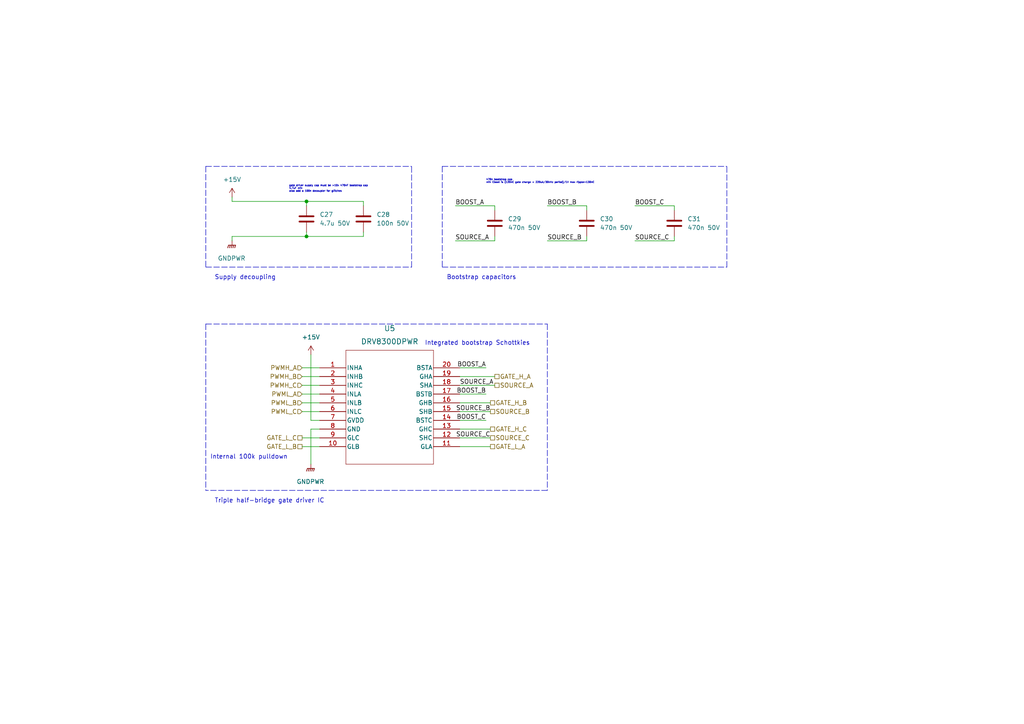
<source format=kicad_sch>
(kicad_sch (version 20211123) (generator eeschema)
  (paper "A4")
  (lib_symbols
    (symbol "DRV8300D:DRV8300DPWRQ1" (pin_names (offset 0.254))
      (property "Reference" "U" (at 20.32 10.16 0))
      (property "Value" "DRV8300DPWRQ1" (at 20.32 7.62 0))
      (symbol "DRV8300DPWRQ1_0_1"
        (polyline (pts (xy 7.62 -27.94) (xy 33.02 -27.94)) (stroke (width 0.127)))
        (polyline (pts (xy 7.62 5.08) (xy 7.62 -27.94)) (stroke (width 0.127)))
        (polyline (pts (xy 33.02 -27.94) (xy 33.02 5.08)) (stroke (width 0.127)))
        (polyline (pts (xy 33.02 5.08) (xy 7.62 5.08)) (stroke (width 0.127)))
        (pin input line (at 0 0 0) (length 7.62) (name "INHA") (number "1"))
        (pin output line (at 0 -22.86 0) (length 7.62) (name "GLB") (number "10"))
        (pin output line (at 40.64 -22.86 180) (length 7.62) (name "GLA") (number "11"))
        (pin input line (at 40.64 -20.32 180) (length 7.62) (name "SHC") (number "12"))
        (pin output line (at 40.64 -17.78 180) (length 7.62) (name "GHC") (number "13"))
        (pin output line (at 40.64 -15.24 180) (length 7.62) (name "BSTC") (number "14"))
        (pin input line (at 40.64 -12.7 180) (length 7.62) (name "SHB") (number "15"))
        (pin output line (at 40.64 -10.16 180) (length 7.62) (name "GHB") (number "16"))
        (pin output line (at 40.64 -7.62 180) (length 7.62) (name "BSTB") (number "17"))
        (pin input line (at 40.64 -5.08 180) (length 7.62) (name "SHA") (number "18"))
        (pin output line (at 40.64 -2.54 180) (length 7.62) (name "GHA") (number "19"))
        (pin input line (at 0 -2.54 0) (length 7.62) (name "INHB") (number "2"))
        (pin output line (at 40.64 0 180) (length 7.62) (name "BSTA") (number "20"))
        (pin input line (at 0 -5.08 0) (length 7.62) (name "INHC") (number "3"))
        (pin input line (at 0 -7.62 0) (length 7.62) (name "INLA") (number "4"))
        (pin input line (at 0 -10.16 0) (length 7.62) (name "INLB") (number "5"))
        (pin input line (at 0 -12.7 0) (length 7.62) (name "INLC") (number "6"))
        (pin power_in line (at 0 -15.24 0) (length 7.62) (name "GVDD") (number "7"))
        (pin power_out line (at 0 -17.78 0) (length 7.62) (name "GND") (number "8"))
        (pin output line (at 0 -20.32 0) (length 7.62) (name "GLC") (number "9"))
      )
    )
    (symbol "Device:C" (pin_numbers hide) (pin_names (offset 0.254))
      (property "Reference" "C" (at 0.635 2.54 0))
      (property "Value" "C" (at 0.635 -2.54 0))
      (symbol "C_0_1"
        (polyline (pts (xy -2.032 -0.762) (xy 2.032 -0.762)) (stroke (width 0.508)))
        (polyline (pts (xy -2.032 0.762) (xy 2.032 0.762)) (stroke (width 0.508)))
      )
      (symbol "C_1_1"
        (pin passive line (at 0 3.81 270) (length 2.794) (name "~") (number "1"))
        (pin passive line (at 0 -3.81 90) (length 2.794) (name "~") (number "2"))
      )
    )
    (symbol "power:+15V" (power) (pin_names (offset 0))
      (property "Value" "+15V" (at 0 3.556 0))
      (symbol "+15V_0_1"
        (polyline (pts (xy -0.762 1.27) (xy 0 2.54)))
        (polyline (pts (xy 0 0) (xy 0 2.54)))
        (polyline (pts (xy 0 2.54) (xy 0.762 1.27)))
      )
      (symbol "+15V_1_1"
        (pin power_in line (at 0 0 90) (length 0) hide (name "+15V") (number "1"))
      )
    )
    (symbol "power:GNDPWR" (power) (pin_names (offset 0))
      (property "Value" "GNDPWR" (at 0 -3.302 0))
      (symbol "GNDPWR_0_1"
        (polyline (pts (xy 0 -1.27) (xy 0 0)))
        (polyline (pts (xy -1.016 -1.27) (xy -1.27 -2.032) (xy -1.27 -2.032)) (stroke (width 0.2032)))
        (polyline (pts (xy -0.508 -1.27) (xy -0.762 -2.032) (xy -0.762 -2.032)) (stroke (width 0.2032)))
        (polyline (pts (xy 0 -1.27) (xy -0.254 -2.032) (xy -0.254 -2.032)) (stroke (width 0.2032)))
        (polyline (pts (xy 0.508 -1.27) (xy 0.254 -2.032) (xy 0.254 -2.032)) (stroke (width 0.2032)))
        (polyline (pts (xy 1.016 -1.27) (xy -1.016 -1.27) (xy -1.016 -1.27)) (stroke (width 0.2032)))
        (polyline (pts (xy 1.016 -1.27) (xy 0.762 -2.032) (xy 0.762 -2.032) (xy 0.762 -2.032)) (stroke (width 0.2032)))
      )
      (symbol "GNDPWR_1_1"
        (pin power_in line (at 0 0 270) (length 0) hide (name "GNDPWR") (number "1"))
      )
    )
  )
  (junction (at 88.9 58.42))
  (junction (at 88.9 68.58))
  (wire (pts (xy 67.31 68.58) (xy 88.9 68.58)))
  (wire (pts (xy 170.18 59.69) (xy 170.18 60.96)))
  (wire (pts (xy 133.35 114.3) (xy 140.97 114.3)))
  (wire (pts (xy 87.63 119.38) (xy 92.71 119.38)))
  (wire (pts (xy 158.75 59.69) (xy 170.18 59.69)))
  (polyline (pts (xy 59.69 93.98) (xy 158.75 93.98)))
  (wire (pts (xy 133.35 129.54) (xy 142.24 129.54)))
  (wire (pts (xy 90.17 124.46) (xy 90.17 134.62)))
  (polyline (pts (xy 158.75 142.24) (xy 59.69 142.24)))
  (wire (pts (xy 67.31 57.15) (xy 67.31 58.42)))
  (polyline (pts (xy 59.69 93.98) (xy 59.69 142.24)))
  (wire (pts (xy 143.51 69.85) (xy 143.51 68.58)))
  (wire (pts (xy 88.9 67.31) (xy 88.9 68.58)))
  (wire (pts (xy 132.08 59.69) (xy 143.51 59.69)))
  (polyline (pts (xy 119.38 77.47) (xy 119.38 48.26)))
  (wire (pts (xy 87.63 116.84) (xy 92.71 116.84)))
  (wire (pts (xy 87.63 109.22) (xy 92.71 109.22)))
  (wire (pts (xy 132.08 69.85) (xy 143.51 69.85)))
  (wire (pts (xy 158.75 69.85) (xy 170.18 69.85)))
  (wire (pts (xy 105.41 68.58) (xy 105.41 67.31)))
  (polyline (pts (xy 158.75 93.98) (xy 158.75 142.24)))
  (wire (pts (xy 67.31 58.42) (xy 88.9 58.42)))
  (wire (pts (xy 105.41 58.42) (xy 105.41 59.69)))
  (polyline (pts (xy 59.69 48.26) (xy 119.38 48.26)))
  (wire (pts (xy 88.9 58.42) (xy 88.9 59.69)))
  (wire (pts (xy 87.63 114.3) (xy 92.71 114.3)))
  (polyline (pts (xy 128.27 77.47) (xy 210.82 77.47)))
  (wire (pts (xy 87.63 129.54) (xy 92.71 129.54)))
  (wire (pts (xy 87.63 111.76) (xy 92.71 111.76)))
  (wire (pts (xy 133.35 124.46) (xy 142.24 124.46)))
  (wire (pts (xy 133.35 106.68) (xy 140.97 106.68)))
  (wire (pts (xy 92.71 121.92) (xy 90.17 121.92)))
  (wire (pts (xy 133.35 109.22) (xy 143.51 109.22)))
  (polyline (pts (xy 59.69 48.26) (xy 59.69 77.47)))
  (wire (pts (xy 92.71 124.46) (xy 90.17 124.46)))
  (wire (pts (xy 133.35 119.38) (xy 142.24 119.38)))
  (polyline (pts (xy 210.82 77.47) (xy 210.82 48.26)))
  (wire (pts (xy 133.35 127) (xy 142.24 127)))
  (polyline (pts (xy 59.69 77.47) (xy 119.38 77.47)))
  (wire (pts (xy 195.58 69.85) (xy 195.58 68.58)))
  (wire (pts (xy 195.58 59.69) (xy 195.58 60.96)))
  (wire (pts (xy 88.9 68.58) (xy 105.41 68.58)))
  (wire (pts (xy 133.35 121.92) (xy 140.97 121.92)))
  (wire (pts (xy 88.9 58.42) (xy 105.41 58.42)))
  (polyline (pts (xy 128.27 48.26) (xy 128.27 77.47)))
  (wire (pts (xy 143.51 59.69) (xy 143.51 60.96)))
  (wire (pts (xy 87.63 106.68) (xy 92.71 106.68)))
  (wire (pts (xy 184.15 69.85) (xy 195.58 69.85)))
  (wire (pts (xy 67.31 69.85) (xy 67.31 68.58)))
  (polyline (pts (xy 128.27 48.26) (xy 210.82 48.26)))
  (wire (pts (xy 133.35 116.84) (xy 142.24 116.84)))
  (wire (pts (xy 133.35 111.76) (xy 143.51 111.76)))
  (wire (pts (xy 184.15 59.69) (xy 195.58 59.69)))
  (wire (pts (xy 87.63 127) (xy 92.71 127)))
  (wire (pts (xy 90.17 102.87) (xy 90.17 121.92)))
  (wire (pts (xy 170.18 69.85) (xy 170.18 68.58)))
  (text "Triple half-bridge gate driver IC" (at 62.23 146.05 0) (effects (font (size 1.27 1.27)) (justify left bottom)))
  (text "470n bootstrap cap\nmin Cboot is (120nC gate charge + 220uA/30kHz period)/1V max ripple=130nC" (at 140.97 53.34 0) (effects (font (size 0.5 0.5)) (justify left bottom)))
  (text "Bootstrap capacitors" (at 129.54 81.28 0) (effects (font (size 1.27 1.27)) (justify left bottom)))
  (text "gate driver supply cap must be >10x 470nF bootstrap cap\n4.7uF min\nalso add a 100n decoupler for glitches" (at 83.82 55.88 0) (effects (font (size 0.5 0.5)) (justify left bottom)))
  (text "Integrated bootstrap Schottkies" (at 123.19 100.33 0) (effects (font (size 1.27 1.27)) (justify left bottom)))
  (text "Supply decoupling" (at 62.23 81.28 0) (effects (font (size 1.27 1.27)) (justify left bottom)))
  (text "Internal 100k pulldown" (at 60.96 133.35 0) (effects (font (size 1.27 1.27)) (justify left bottom)))
  (label "SOURCE_A" (at 132.08 69.85 0))
  (label "BOOST_A" (at 140.97 106.68 180))
  (label "SOURCE_C" (at 142.24 127 180))
  (label "SOURCE_A" (at 133.35 111.76 0))
  (label "BOOST_B" (at 158.75 59.69 0))
  (label "BOOST_C" (at 140.97 121.92 180))
  (label "BOOST_B" (at 140.97 114.3 180))
  (label "SOURCE_B" (at 158.75 69.85 0))
  (label "SOURCE_C" (at 184.15 69.85 0))
  (label "SOURCE_B" (at 142.24 119.38 180))
  (label "BOOST_C" (at 184.15 59.69 0))
  (label "BOOST_A" (at 132.08 59.69 0))
  (hierarchical_label "GATE_L_C" (shape passive) (at 87.63 127 180))
  (hierarchical_label "PWMH_A" (shape input) (at 87.63 106.68 180))
  (hierarchical_label "GATE_H_C" (shape passive) (at 142.24 124.46 0))
  (hierarchical_label "GATE_H_B" (shape passive) (at 142.24 116.84 0))
  (hierarchical_label "GATE_H_A" (shape passive) (at 143.51 109.22 0))
  (hierarchical_label "PWML_A" (shape input) (at 87.63 114.3 180))
  (hierarchical_label "SOURCE_A" (shape passive) (at 143.51 111.76 0))
  (hierarchical_label "SOURCE_B" (shape passive) (at 142.24 119.38 0))
  (hierarchical_label "PWMH_B" (shape input) (at 87.63 109.22 180))
  (hierarchical_label "PWMH_C" (shape input) (at 87.63 111.76 180))
  (hierarchical_label "PWML_C" (shape input) (at 87.63 119.38 180))
  (hierarchical_label "GATE_L_A" (shape passive) (at 142.24 129.54 0))
  (hierarchical_label "PWML_B" (shape input) (at 87.63 116.84 180))
  (hierarchical_label "GATE_L_B" (shape passive) (at 87.63 129.54 180))
  (hierarchical_label "SOURCE_C" (shape passive) (at 142.24 127 0))
  (symbol (lib_id "Device:C") (at 195.58 64.77 0) (unit 1)
    (property "Reference" "C31" (at 199.39 63.4999 0) (effects (justify left)))
    (property "Value" "470n 50V" (at 199.39 66.0399 0) (effects (justify left)))
    (property "Footprint" "Capacitor_SMD:C_0805_2012Metric_Pad1.18x1.45mm_HandSolder" (effects hide))
    (property "part_number" "GRM21BR71H474KA88L" (effects hide))
  )
  (symbol (lib_id "power:GNDPWR") (at 90.17 134.62 0) (unit 1)
    (property "Reference" "#PWR039" (effects hide))
    (property "Value" "GNDPWR" (at 90.043 139.7 0))
  )
  (symbol (lib_id "Device:C") (at 170.18 64.77 0) (unit 1)
    (property "Reference" "C30" (at 173.99 63.4999 0) (effects (justify left)))
    (property "Value" "470n 50V" (at 173.99 66.0399 0) (effects (justify left)))
    (property "Footprint" "Capacitor_SMD:C_0805_2012Metric_Pad1.18x1.45mm_HandSolder" (effects hide))
    (property "part_number" "GRM21BR71H474KA88L" (effects hide))
  )
  (symbol (lib_id "power:+15V") (at 90.17 102.87 0) (unit 1)
    (property "Reference" "#PWR038" (effects hide))
    (property "Value" "+15V" (at 90.17 97.79 0))
  )
  (symbol (lib_id "power:GNDPWR") (at 67.31 69.85 0) (unit 1)
    (property "Reference" "#PWR037" (effects hide))
    (property "Value" "GNDPWR" (at 67.183 74.93 0))
  )
  (symbol (lib_id "Device:C") (at 105.41 63.5 0) (unit 1)
    (property "Reference" "C28" (at 109.22 62.2299 0) (effects (justify left)))
    (property "Value" "100n 50V" (at 109.22 64.7699 0) (effects (justify left)))
    (property "Footprint" "Capacitor_SMD:C_0805_2012Metric_Pad1.18x1.45mm_HandSolder" (effects hide))
    (property "part_number" "GCE21BR71H104KA01L" (effects hide))
  )
  (symbol (lib_id "Device:C") (at 88.9 63.5 0) (unit 1)
    (property "Reference" "C27" (at 92.71 62.2299 0) (effects (justify left)))
    (property "Value" "4.7u 50V" (at 92.71 64.7699 0) (effects (justify left)))
    (property "Footprint" "Capacitor_SMD:C_1206_3216Metric_Pad1.33x1.80mm_HandSolder" (effects hide))
    (property "part_number" "GRM31CR71H475KA12L" (effects hide))
  )
  (symbol (lib_id "Device:C") (at 143.51 64.77 0) (unit 1)
    (property "Reference" "C29" (at 147.32 63.4999 0) (effects (justify left)))
    (property "Value" "470n 50V" (at 147.32 66.0399 0) (effects (justify left)))
    (property "Footprint" "Capacitor_SMD:C_0805_2012Metric_Pad1.18x1.45mm_HandSolder" (effects hide))
    (property "part_number" "GRM21BR71H474KA88L" (effects hide))
  )
  (symbol (lib_id "power:+15V") (at 67.31 57.15 0) (unit 1)
    (property "Reference" "#PWR036" (effects hide))
    (property "Value" "+15V" (at 67.31 52.07 0))
  )
  (symbol (lib_id "DRV8300D:DRV8300DPWRQ1") (at 92.71 106.68 0) (unit 1)
    (property "Reference" "U5" (at 113.03 95.25 0) (effects (font (size 1.524 1.524))))
    (property "Value" "DRV8300DPWR" (at 113.03 99.06 0) (effects (font (size 1.524 1.524))))
    (property "Footprint" "Package_SO:TSSOP-20_4.4x6.5mm_P0.65mm" (effects hide))
    (property "Datasheet" "https://www.ti.com/lit/ds/symlink/drv8300.pdf" (effects hide))
    (property "part_number" "DRV8300DPWR" (effects hide))
  )
)
</source>
